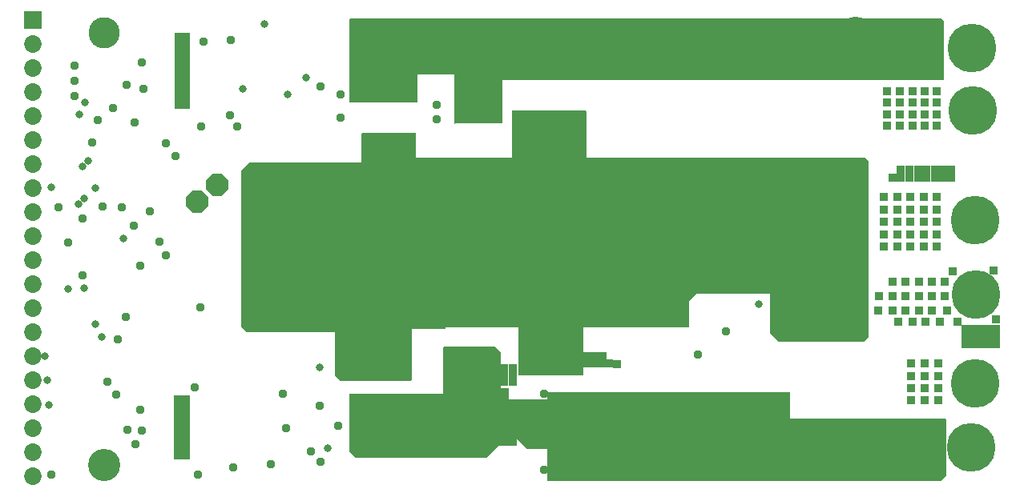
<source format=gbr>
G04 EAGLE Gerber RS-274X export*
G75*
%MOMM*%
%FSLAX34Y34*%
%LPD*%
%INSoldermask Bottom*%
%IPPOS*%
%AMOC8*
5,1,8,0,0,1.08239X$1,22.5*%
G01*
G04 Define Apertures*
%ADD10C,3.303200*%
%ADD11C,3.403200*%
%ADD12P,2.58431X8X22.5*%
%ADD13R,1.853200X1.853200*%
%ADD14C,1.853200*%
%ADD15C,5.153200*%
%ADD16C,0.959600*%
%ADD17C,0.809600*%
%ADD18R,0.959600X0.959600*%
%ADD19R,0.809600X0.809600*%
G36*
X354000Y497000D02*
X355000Y498000D01*
X980000Y498000D01*
X982000Y496000D01*
X982000Y433000D01*
X471000Y433000D01*
X465000Y439000D01*
X426000Y439000D01*
X426000Y409000D01*
X354000Y409000D01*
X354000Y497000D01*
G37*
G36*
X418000Y346000D02*
X418000Y166000D01*
X246000Y166000D01*
X240000Y172000D01*
X240000Y337000D01*
X249000Y346000D01*
X418000Y346000D01*
G37*
G36*
X354000Y101000D02*
X453000Y101000D01*
X453000Y150000D01*
X454000Y151000D01*
X508000Y151000D01*
X514000Y145000D01*
X514000Y48000D01*
X499000Y33000D01*
X361000Y33000D01*
X354000Y40000D01*
X354000Y101000D01*
G37*
G36*
X454000Y212000D02*
X454000Y189000D01*
X423000Y189000D01*
X420000Y186000D01*
X420000Y116000D01*
X419000Y115000D01*
X345000Y115000D01*
X339000Y121000D01*
X339000Y212000D01*
X454000Y212000D01*
G37*
G36*
X526000Y401000D02*
X604000Y401000D01*
X605000Y400000D01*
X605000Y350000D01*
X526000Y350000D01*
X526000Y401000D01*
G37*
G36*
X465000Y441000D02*
X466000Y442000D01*
X516000Y442000D01*
X516000Y387000D01*
X466000Y387000D01*
X465000Y386000D01*
X465000Y441000D01*
G37*
G36*
X566000Y95000D02*
X566000Y43000D01*
X542000Y43000D01*
X525000Y60000D01*
X512000Y47000D01*
X512000Y95000D01*
X566000Y95000D01*
G37*
G36*
X456000Y351000D02*
X456000Y304000D01*
X423000Y304000D01*
X423000Y351000D01*
X456000Y351000D01*
G37*
G36*
X533000Y121000D02*
X533000Y173000D01*
X601000Y173000D01*
X601000Y121000D01*
X533000Y121000D01*
G37*
G36*
X367000Y377000D02*
X424000Y377000D01*
X424000Y305000D01*
X423000Y304000D01*
X367000Y304000D01*
X367000Y376000D01*
X368000Y377000D01*
X367000Y377000D01*
G37*
G36*
X414000Y306000D02*
X456000Y306000D01*
X456000Y170000D01*
X414000Y170000D01*
X414000Y306000D01*
G37*
G36*
X818000Y75000D02*
X984000Y75000D01*
X985000Y74000D01*
X985000Y15000D01*
X979000Y9000D01*
X818000Y9000D01*
X818000Y75000D01*
G37*
G36*
X563000Y9000D02*
X563000Y103000D01*
X820000Y103000D01*
X820000Y9000D01*
X563000Y9000D01*
G37*
G36*
X455000Y351000D02*
X899000Y351000D01*
X903000Y347000D01*
X903000Y161000D01*
X898000Y156000D01*
X808000Y156000D01*
X799000Y165000D01*
X799000Y207000D01*
X721000Y207000D01*
X713000Y199000D01*
X713000Y171000D01*
X454000Y171000D01*
X454000Y350000D01*
X455000Y351000D01*
G37*
D10*
X95250Y482600D03*
D11*
X95250Y25400D03*
X889000Y25400D03*
X889000Y482600D03*
D12*
X214000Y322500D03*
X193500Y304000D03*
D13*
X20000Y496300D03*
D14*
X20000Y470900D03*
X20000Y445500D03*
X20000Y420100D03*
X20000Y394700D03*
X20000Y369300D03*
X20000Y343900D03*
X20000Y318500D03*
X20000Y293100D03*
X20000Y267700D03*
X20000Y242300D03*
X20000Y216900D03*
X20000Y191500D03*
X20000Y166100D03*
X20000Y140700D03*
X20000Y115300D03*
X20000Y89900D03*
X20000Y64500D03*
X20000Y39100D03*
X20000Y13700D03*
D15*
X1013000Y401000D03*
X1011628Y466928D03*
X1015000Y112000D03*
X1011500Y44000D03*
X1015500Y284500D03*
X1016000Y206500D03*
D16*
X93500Y299000D03*
X88000Y390500D03*
X197000Y192500D03*
X722000Y142500D03*
X560000Y101500D03*
X560000Y56500D03*
X574500Y19000D03*
X194500Y15500D03*
X191000Y108000D03*
X761000Y224500D03*
X762000Y283500D03*
X446500Y407000D03*
X446500Y391500D03*
X344500Y418000D03*
X344500Y393500D03*
D17*
X288500Y418000D03*
X241500Y424000D03*
D16*
X200000Y474000D03*
X197500Y384000D03*
X324000Y426000D03*
X108000Y100500D03*
X109500Y159000D03*
X118000Y182500D03*
X133500Y237000D03*
X136500Y423500D03*
X126500Y279000D03*
X119000Y428000D03*
X134500Y451500D03*
X127500Y388000D03*
X313500Y40000D03*
X284000Y101000D03*
X271500Y26500D03*
X342500Y67000D03*
D17*
X331000Y43500D03*
X323000Y129000D03*
D16*
X134500Y62000D03*
X153500Y262000D03*
D17*
X78000Y347500D03*
X74500Y409000D03*
X68500Y396500D03*
X72500Y341500D03*
X56500Y212000D03*
X74000Y213000D03*
D16*
X160500Y247500D03*
X143500Y294500D03*
D17*
X92500Y161000D03*
X115000Y265000D03*
X68000Y301500D03*
X35000Y115500D03*
X74000Y307500D03*
X37000Y89500D03*
D16*
X46500Y298500D03*
D18*
X975000Y421000D03*
X975000Y409000D03*
X975000Y397000D03*
X975000Y385000D03*
X962000Y385000D03*
X962000Y397000D03*
X962000Y409000D03*
X962000Y421000D03*
X949000Y421000D03*
X949000Y409000D03*
X949000Y397000D03*
X949000Y385000D03*
X936000Y385000D03*
X936000Y397000D03*
X936000Y409000D03*
X936000Y421000D03*
X922000Y421000D03*
X922000Y409000D03*
X922000Y397000D03*
X922000Y385000D03*
D16*
X752000Y167500D03*
X170000Y352500D03*
X766500Y338500D03*
X160500Y366000D03*
D17*
X86000Y175000D03*
X86000Y319000D03*
D19*
X420500Y177000D03*
X428500Y177000D03*
X436500Y177000D03*
X444500Y177000D03*
X444500Y185000D03*
X436500Y185000D03*
X428500Y185000D03*
X420500Y185000D03*
X420500Y193000D03*
X428500Y193000D03*
X436500Y193000D03*
X444500Y193000D03*
X406500Y195000D03*
X398500Y195000D03*
X390500Y195000D03*
X406500Y187500D03*
X398500Y187500D03*
X390500Y187500D03*
X390500Y180000D03*
X398500Y180000D03*
X406500Y180000D03*
X382500Y180000D03*
X382500Y187500D03*
X382500Y195000D03*
X374500Y195000D03*
X374500Y187500D03*
X374500Y180000D03*
X366500Y180000D03*
X366500Y187500D03*
X366500Y195000D03*
X358500Y180000D03*
X358500Y187500D03*
X358500Y195000D03*
X350500Y180000D03*
X350500Y187500D03*
X350500Y195000D03*
X600500Y140500D03*
X607500Y140500D03*
X614500Y140500D03*
X621500Y140500D03*
X636500Y132500D03*
X600500Y133000D03*
X607500Y133000D03*
X614500Y133000D03*
X621500Y133000D03*
X628500Y133000D03*
X373500Y369000D03*
X381000Y369000D03*
X388500Y369000D03*
X396000Y369000D03*
X404000Y369000D03*
X412000Y369000D03*
X420000Y369000D03*
X420000Y361500D03*
X412000Y361500D03*
X404000Y361500D03*
X396000Y361500D03*
X388500Y361500D03*
X381000Y361500D03*
X373500Y361500D03*
X373500Y353500D03*
X381000Y353500D03*
X388500Y353500D03*
X396000Y353500D03*
X404000Y353500D03*
X412000Y353500D03*
X420000Y353500D03*
D18*
X549000Y376000D03*
X558500Y376000D03*
X568000Y376000D03*
X577500Y376000D03*
X587000Y376000D03*
X596500Y376000D03*
X549000Y366000D03*
X558500Y366000D03*
X568000Y366000D03*
X577500Y366000D03*
X587000Y366000D03*
X596500Y366000D03*
X539500Y366000D03*
X539500Y376000D03*
X539500Y385000D03*
X539500Y394000D03*
X1005000Y169500D03*
X1013000Y169500D03*
X1021000Y169500D03*
X1029000Y169500D03*
X1029000Y161500D03*
X1021000Y161500D03*
X1013000Y161500D03*
X1005000Y161500D03*
X1005000Y153500D03*
X1013000Y153500D03*
X1021000Y153500D03*
X1029000Y153500D03*
X1037000Y169500D03*
X1037000Y161500D03*
X1037000Y153500D03*
X946000Y330000D03*
X955000Y330000D03*
X964000Y330000D03*
X973000Y330000D03*
X937000Y330000D03*
X946000Y338000D03*
X937000Y338000D03*
X928000Y330000D03*
X973000Y338000D03*
X964000Y338000D03*
X990000Y330000D03*
X990000Y338000D03*
X955000Y338000D03*
X173000Y95500D03*
X173000Y78500D03*
X173000Y70000D03*
X173000Y61500D03*
X173000Y53000D03*
X173000Y44500D03*
X173000Y36000D03*
X181000Y36000D03*
X181000Y44500D03*
X181000Y53000D03*
X181000Y61500D03*
X181000Y70000D03*
X181000Y78500D03*
X181000Y87000D03*
X181000Y95500D03*
X173500Y407000D03*
X173500Y415000D03*
X173500Y423000D03*
X173500Y431000D03*
X173500Y439000D03*
X173500Y447000D03*
X173500Y455000D03*
X173500Y471000D03*
X173500Y479000D03*
X181500Y479000D03*
X181500Y471000D03*
X181500Y463000D03*
X181500Y455000D03*
X181500Y447000D03*
X181500Y439000D03*
X181500Y431000D03*
X181500Y423000D03*
X181500Y415000D03*
X181500Y407000D03*
D16*
X39000Y15500D03*
X231500Y23000D03*
X287500Y65000D03*
D17*
X787000Y196000D03*
X729500Y309500D03*
X264000Y492500D03*
X308500Y435500D03*
D16*
X235500Y383500D03*
X56500Y261000D03*
X72500Y226500D03*
D18*
X173500Y463000D03*
D16*
X104000Y403000D03*
X128400Y48000D03*
D18*
X173000Y87000D03*
D16*
X119500Y63000D03*
X82000Y367000D03*
X63500Y416000D03*
X63500Y432500D03*
X64000Y448500D03*
X113924Y298000D03*
X98000Y114000D03*
D18*
X981596Y338000D03*
X981596Y330000D03*
X913000Y189500D03*
X914000Y204500D03*
X956000Y204500D03*
X970000Y204500D03*
X970000Y189500D03*
X956000Y189500D03*
X942000Y189500D03*
X928000Y189500D03*
X934000Y177500D03*
X949000Y177500D03*
X963000Y177500D03*
X978000Y177500D03*
X983000Y204500D03*
X986000Y189500D03*
X997000Y177500D03*
X942000Y219500D03*
X956000Y219500D03*
X970000Y219500D03*
X1035000Y231500D03*
X1037000Y179500D03*
X928000Y219500D03*
X942000Y204500D03*
X928000Y204500D03*
X992000Y230500D03*
X983000Y219500D03*
D16*
X323000Y88500D03*
X323500Y29000D03*
D19*
X496500Y50000D03*
X504000Y50000D03*
X511500Y50000D03*
X519000Y50000D03*
X526500Y50000D03*
X526500Y57500D03*
X519000Y57500D03*
X511500Y57500D03*
X504000Y57500D03*
X496500Y57500D03*
X367500Y50000D03*
X375000Y50000D03*
X382500Y50000D03*
X390000Y50000D03*
X397500Y50000D03*
X405000Y50000D03*
X412500Y50000D03*
X518000Y102500D03*
X508500Y128500D03*
X517500Y128500D03*
X526500Y128500D03*
X526500Y121000D03*
X517500Y121000D03*
X508500Y121000D03*
X518000Y95000D03*
X518000Y87500D03*
X508500Y113500D03*
X517500Y113500D03*
X526500Y113500D03*
D18*
X476500Y451000D03*
X486000Y451000D03*
X495500Y451000D03*
X505000Y451000D03*
X505000Y441500D03*
X495500Y441500D03*
X486000Y441500D03*
X476500Y441500D03*
X476500Y405000D03*
X486000Y405000D03*
X495500Y405000D03*
X505000Y405000D03*
X505000Y396000D03*
X495500Y396000D03*
X486000Y396000D03*
X476500Y396000D03*
X360500Y464500D03*
X369500Y464500D03*
X378500Y464500D03*
X387500Y464500D03*
X396500Y464500D03*
X405500Y464500D03*
X414500Y464500D03*
X476500Y460000D03*
X486000Y460000D03*
X495500Y460000D03*
X505000Y460000D03*
X467500Y460000D03*
X458000Y460000D03*
X360500Y476500D03*
X369500Y476500D03*
X378500Y476500D03*
X387500Y476500D03*
X396500Y476500D03*
X405500Y476500D03*
X414500Y476500D03*
D17*
X39000Y319500D03*
X32500Y140500D03*
D18*
X976000Y133000D03*
X976000Y120000D03*
X976000Y107000D03*
X976000Y94000D03*
X962000Y94000D03*
X962000Y107000D03*
X962000Y120000D03*
X948000Y94000D03*
X948000Y107000D03*
X948000Y120000D03*
X948000Y133000D03*
X962000Y133000D03*
D16*
X228000Y395500D03*
X229000Y475000D03*
X559500Y20500D03*
X550000Y50000D03*
D18*
X975000Y309000D03*
X975000Y296000D03*
X975000Y283000D03*
X975000Y270000D03*
X975000Y257000D03*
X961000Y309000D03*
X961000Y296000D03*
X961000Y283000D03*
X961000Y270000D03*
X961000Y257000D03*
X947000Y309000D03*
X947000Y296000D03*
X947000Y283000D03*
X947000Y270000D03*
X947000Y257000D03*
X933000Y309000D03*
X933000Y296000D03*
X933000Y283000D03*
X933000Y270000D03*
X933000Y257000D03*
X919000Y309000D03*
X919000Y296000D03*
X919000Y283000D03*
X919000Y270000D03*
X919000Y257000D03*
D16*
X133000Y84500D03*
X72500Y286500D03*
M02*

</source>
